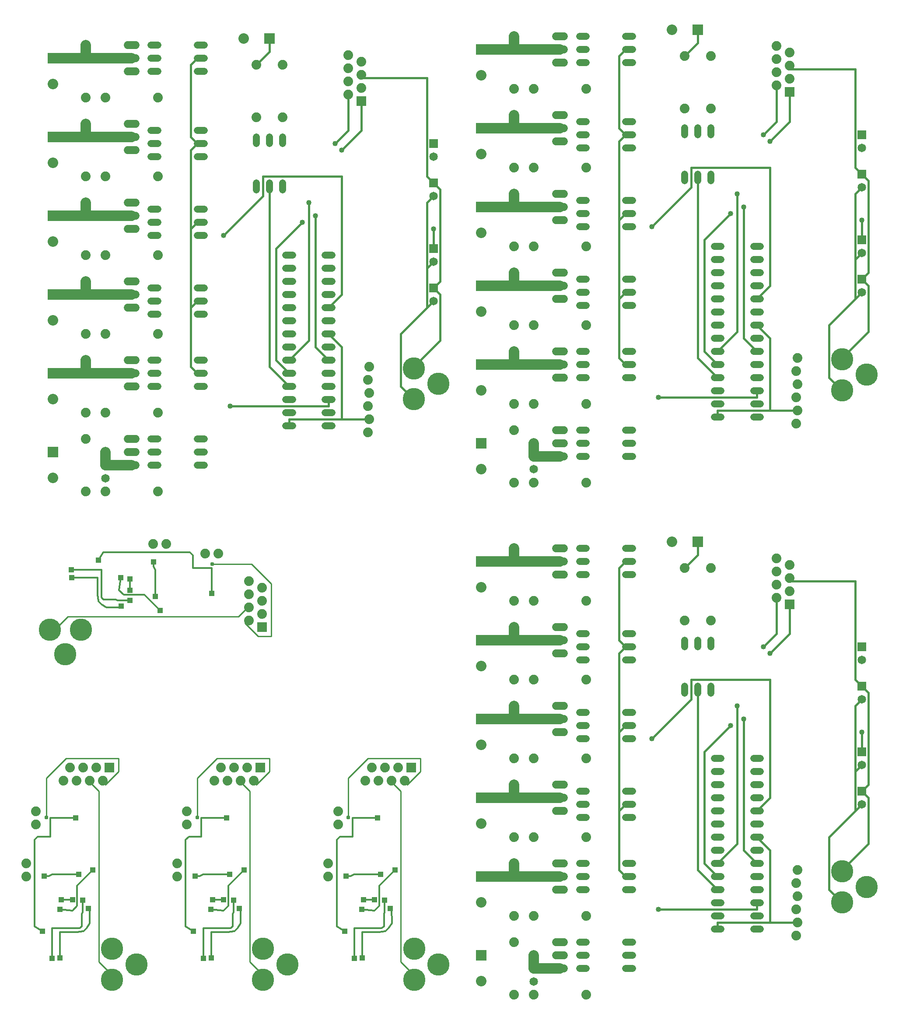
<source format=gbl>
G75*
G70*
%OFA0B0*%
%FSLAX25Y25*%
%IPPOS*%
%LPD*%
%AMOC8*
5,1,8,0,0,1.08239X$1,22.5*
%
%ADD102R,0.08000X0.08000*%
%ADD158C,0.06000*%
%ADD173C,0.07400*%
%ADD207R,0.06500X0.06500*%
%ADD224C,0.06500*%
%ADD260C,0.08000*%
%ADD289C,0.01600*%
%ADD320R,0.07400X0.07400*%
%ADD346C,0.17000*%
%ADD35C,0.01200*%
%ADD436R,0.03960X0.03960*%
%ADD458C,0.07870*%
%ADD498C,0.01000*%
%ADD527C,0.03100*%
%ADD599C,0.05200*%
%ADD602C,0.04000*%
X0020000Y0020000D02*
G75*
%LPD*%
D173*
X0091660Y0203000D03*
X0086660Y0213000D03*
X0081660Y0203000D03*
X0076660Y0213000D03*
X0071660Y0203000D03*
X0066660Y0213000D03*
X0061660Y0203000D03*
X0040760Y0179600D03*
X0040760Y0169600D03*
X0033360Y0140000D03*
X0033360Y0130000D03*
D320*
X0096660Y0213000D03*
D346*
X0117270Y0063130D03*
X0098760Y0074940D03*
X0098760Y0051320D03*
D436*
X0080560Y0105600D03*
X0076360Y0112200D03*
X0068560Y0112400D03*
X0073360Y0131600D03*
X0084160Y0135200D03*
X0070960Y0174800D03*
X0046960Y0130400D03*
X0058960Y0105200D03*
X0060160Y0112400D03*
X0045760Y0088400D03*
X0053160Y0067800D03*
X0059160Y0068000D03*
D35*
X0059160Y0087600D01*
X0071960Y0087600D01*
X0076760Y0088400D01*
X0076960Y0088400D01*
X0079360Y0090800D01*
X0081760Y0094400D01*
X0081560Y0105600D01*
X0080560Y0105600D01*
X0076360Y0102800D02*
X0076360Y0112200D01*
X0072160Y0107600D02*
X0072160Y0123200D01*
X0084160Y0135200D01*
X0073360Y0131600D02*
X0052960Y0131600D01*
X0050560Y0130400D01*
X0046960Y0130400D01*
X0058960Y0105200D02*
X0068560Y0104000D01*
X0072160Y0107600D01*
X0068560Y0112400D02*
X0060160Y0112400D01*
X0053160Y0090600D02*
X0073960Y0090600D01*
X0075760Y0092000D01*
X0075760Y0101600D01*
X0076360Y0102800D01*
X0053160Y0090600D02*
X0053160Y0067800D01*
X0045760Y0088400D02*
X0039760Y0092000D01*
X0039760Y0158000D01*
X0042160Y0160400D01*
X0051760Y0160400D01*
X0051760Y0174800D01*
X0070960Y0174800D01*
D498*
X0088560Y0195000D02*
X0083560Y0200000D01*
X0081660Y0203000D01*
X0088560Y0195000D02*
X0088560Y0065000D01*
X0098560Y0055000D01*
X0098760Y0051320D01*
X0048560Y0175000D02*
X0048560Y0205000D01*
X0063560Y0220000D01*
X0103560Y0220000D01*
X0103560Y0210000D01*
X0093560Y0200000D01*
X0091660Y0203000D01*
D527*
X0048560Y0175000D03*
X0135060Y0020000D02*
G75*
%LPD*%
D173*
X0206720Y0203000D03*
X0201720Y0213000D03*
X0196720Y0203000D03*
X0191720Y0213000D03*
X0186720Y0203000D03*
X0181720Y0213000D03*
X0176720Y0203000D03*
X0155820Y0179600D03*
X0155820Y0169600D03*
X0148420Y0140000D03*
X0148420Y0130000D03*
D320*
X0211720Y0213000D03*
D346*
X0232330Y0063130D03*
X0213820Y0074940D03*
X0213820Y0051320D03*
D436*
X0195620Y0105600D03*
X0191420Y0112200D03*
X0183620Y0112400D03*
X0188420Y0131600D03*
X0199220Y0135200D03*
X0186020Y0174800D03*
X0162020Y0130400D03*
X0174020Y0105200D03*
X0175220Y0112400D03*
X0160820Y0088400D03*
X0168220Y0067800D03*
X0174220Y0068000D03*
D35*
X0174220Y0087600D01*
X0187020Y0087600D01*
X0191820Y0088400D01*
X0192020Y0088400D01*
X0194420Y0090800D01*
X0196820Y0094400D01*
X0196620Y0105600D01*
X0195620Y0105600D01*
X0191420Y0102800D02*
X0191420Y0112200D01*
X0187220Y0107600D02*
X0187220Y0123200D01*
X0199220Y0135200D01*
X0188420Y0131600D02*
X0168020Y0131600D01*
X0165620Y0130400D01*
X0162020Y0130400D01*
X0174020Y0105200D02*
X0183620Y0104000D01*
X0187220Y0107600D01*
X0183620Y0112400D02*
X0175220Y0112400D01*
X0168220Y0090600D02*
X0189020Y0090600D01*
X0190820Y0092000D01*
X0190820Y0101600D01*
X0191420Y0102800D01*
X0168220Y0090600D02*
X0168220Y0067800D01*
X0160820Y0088400D02*
X0154820Y0092000D01*
X0154820Y0158000D01*
X0157220Y0160400D01*
X0166820Y0160400D01*
X0166820Y0174800D01*
X0186020Y0174800D01*
D498*
X0203620Y0195000D02*
X0198620Y0200000D01*
X0196720Y0203000D01*
X0203620Y0195000D02*
X0203620Y0065000D01*
X0213620Y0055000D01*
X0213820Y0051320D01*
X0163620Y0175000D02*
X0163620Y0205000D01*
X0178620Y0220000D01*
X0218620Y0220000D01*
X0218620Y0210000D01*
X0208620Y0200000D01*
X0206720Y0203000D01*
D527*
X0163620Y0175000D03*
X0250120Y0020000D02*
G75*
%LPD*%
D173*
X0321780Y0203000D03*
X0316780Y0213000D03*
X0311780Y0203000D03*
X0306780Y0213000D03*
X0301780Y0203000D03*
X0296780Y0213000D03*
X0291780Y0203000D03*
X0270880Y0179600D03*
X0270880Y0169600D03*
X0263480Y0140000D03*
X0263480Y0130000D03*
D320*
X0326780Y0213000D03*
D346*
X0347390Y0063130D03*
X0328880Y0074940D03*
X0328880Y0051320D03*
D436*
X0310680Y0105600D03*
X0306480Y0112200D03*
X0298680Y0112400D03*
X0303480Y0131600D03*
X0314280Y0135200D03*
X0301080Y0174800D03*
X0277080Y0130400D03*
X0289080Y0105200D03*
X0290280Y0112400D03*
X0275880Y0088400D03*
X0283280Y0067800D03*
X0289280Y0068000D03*
D35*
X0289280Y0087600D01*
X0302080Y0087600D01*
X0306880Y0088400D01*
X0307080Y0088400D01*
X0309480Y0090800D01*
X0311880Y0094400D01*
X0311680Y0105600D01*
X0310680Y0105600D01*
X0306480Y0102800D02*
X0306480Y0112200D01*
X0302280Y0107600D02*
X0302280Y0123200D01*
X0314280Y0135200D01*
X0303480Y0131600D02*
X0283080Y0131600D01*
X0280680Y0130400D01*
X0277080Y0130400D01*
X0289080Y0105200D02*
X0298680Y0104000D01*
X0302280Y0107600D01*
X0298680Y0112400D02*
X0290280Y0112400D01*
X0283280Y0090600D02*
X0304080Y0090600D01*
X0305880Y0092000D01*
X0305880Y0101600D01*
X0306480Y0102800D01*
X0283280Y0090600D02*
X0283280Y0067800D01*
X0275880Y0088400D02*
X0269880Y0092000D01*
X0269880Y0158000D01*
X0272280Y0160400D01*
X0281880Y0160400D01*
X0281880Y0174800D01*
X0301080Y0174800D01*
D498*
X0318680Y0195000D02*
X0313680Y0200000D01*
X0311780Y0203000D01*
X0318680Y0195000D02*
X0318680Y0065000D01*
X0328680Y0055000D01*
X0328880Y0051320D01*
X0278680Y0175000D02*
X0278680Y0205000D01*
X0293680Y0220000D01*
X0333680Y0220000D01*
X0333680Y0210000D01*
X0323680Y0200000D01*
X0321780Y0203000D01*
D527*
X0278680Y0175000D03*
X0365180Y0020000D02*
G75*
%LPD*%
D599*
X0592740Y0090000D02*
X0587540Y0090000D01*
X0587540Y0100000D02*
X0592740Y0100000D01*
X0592740Y0110000D02*
X0587540Y0110000D01*
X0587540Y0120000D02*
X0592740Y0120000D01*
X0592740Y0130000D02*
X0587540Y0130000D01*
X0587540Y0140000D02*
X0592740Y0140000D01*
X0592740Y0150000D02*
X0587540Y0150000D01*
X0587540Y0160000D02*
X0592740Y0160000D01*
X0592740Y0170000D02*
X0587540Y0170000D01*
X0587540Y0180000D02*
X0592740Y0180000D01*
X0592740Y0190000D02*
X0587540Y0190000D01*
X0587540Y0200000D02*
X0592740Y0200000D01*
X0592740Y0210000D02*
X0587540Y0210000D01*
X0587540Y0220000D02*
X0592740Y0220000D01*
X0562740Y0220000D02*
X0557540Y0220000D01*
X0557540Y0210000D02*
X0562740Y0210000D01*
X0562740Y0200000D02*
X0557540Y0200000D01*
X0557540Y0190000D02*
X0562740Y0190000D01*
X0562740Y0180000D02*
X0557540Y0180000D01*
X0557540Y0170000D02*
X0562740Y0170000D01*
X0562740Y0160000D02*
X0557540Y0160000D01*
X0557540Y0150000D02*
X0562740Y0150000D01*
X0562740Y0140000D02*
X0557540Y0140000D01*
X0557540Y0130000D02*
X0562740Y0130000D01*
X0562740Y0120000D02*
X0557540Y0120000D01*
X0557540Y0110000D02*
X0562740Y0110000D01*
X0562740Y0100000D02*
X0557540Y0100000D01*
X0557540Y0090000D02*
X0562740Y0090000D01*
X0495340Y0080000D02*
X0490140Y0080000D01*
X0490140Y0070000D02*
X0495340Y0070000D01*
X0495340Y0060000D02*
X0490140Y0060000D01*
X0460140Y0060000D02*
X0454940Y0060000D01*
X0454940Y0070000D02*
X0460140Y0070000D01*
X0460140Y0080000D02*
X0454940Y0080000D01*
X0454940Y0120000D02*
X0460140Y0120000D01*
X0460140Y0130000D02*
X0454940Y0130000D01*
X0454940Y0140000D02*
X0460140Y0140000D01*
X0490140Y0140000D02*
X0495340Y0140000D01*
X0495340Y0130000D02*
X0490140Y0130000D01*
X0490140Y0120000D02*
X0495340Y0120000D01*
X0495340Y0175000D02*
X0490140Y0175000D01*
X0490140Y0185000D02*
X0495340Y0185000D01*
X0495340Y0195000D02*
X0490140Y0195000D01*
X0460140Y0195000D02*
X0454940Y0195000D01*
X0454940Y0185000D02*
X0460140Y0185000D01*
X0460140Y0175000D02*
X0454940Y0175000D01*
X0454940Y0235000D02*
X0460140Y0235000D01*
X0460140Y0245000D02*
X0454940Y0245000D01*
X0454940Y0255000D02*
X0460140Y0255000D01*
X0490140Y0255000D02*
X0495340Y0255000D01*
X0495340Y0245000D02*
X0490140Y0245000D01*
X0490140Y0235000D02*
X0495340Y0235000D01*
X0535140Y0269800D02*
X0535140Y0275000D01*
X0545140Y0275000D02*
X0545140Y0269800D01*
X0555140Y0269800D02*
X0555140Y0275000D01*
X0555140Y0305000D02*
X0555140Y0310200D01*
X0545140Y0310200D02*
X0545140Y0305000D01*
X0535140Y0305000D02*
X0535140Y0310200D01*
X0495340Y0315000D02*
X0490140Y0315000D01*
X0490140Y0305000D02*
X0495340Y0305000D01*
X0495340Y0295000D02*
X0490140Y0295000D01*
X0460140Y0295000D02*
X0454940Y0295000D01*
X0454940Y0305000D02*
X0460140Y0305000D01*
X0460140Y0315000D02*
X0454940Y0315000D01*
X0454940Y0360000D02*
X0460140Y0360000D01*
X0460140Y0370000D02*
X0454940Y0370000D01*
X0454940Y0380000D02*
X0460140Y0380000D01*
X0490140Y0380000D02*
X0495340Y0380000D01*
X0495340Y0370000D02*
X0490140Y0370000D01*
X0490140Y0360000D02*
X0495340Y0360000D01*
D173*
X0620140Y0085000D03*
X0621140Y0095000D03*
X0620140Y0105000D03*
X0621140Y0115000D03*
X0620140Y0125000D03*
X0621140Y0135000D03*
X0460140Y0160000D03*
X0420140Y0160000D03*
X0405140Y0160000D03*
X0405140Y0140000D03*
X0405140Y0100000D03*
X0420140Y0100000D03*
X0405140Y0080000D03*
X0405140Y0040000D03*
X0420140Y0040000D03*
X0460140Y0040000D03*
X0460140Y0100000D03*
X0405140Y0200000D03*
X0405140Y0220000D03*
X0420140Y0220000D03*
X0405140Y0260000D03*
X0405140Y0280000D03*
X0420140Y0280000D03*
X0405140Y0320000D03*
X0405140Y0340000D03*
X0420140Y0340000D03*
X0405140Y0380000D03*
X0460140Y0340000D03*
X0460140Y0280000D03*
X0460140Y0220000D03*
X0535140Y0325000D03*
X0555140Y0325000D03*
X0555140Y0365000D03*
X0535140Y0365000D03*
X0605140Y0362500D03*
X0605140Y0372500D03*
X0615140Y0367500D03*
X0615140Y0357500D03*
X0615140Y0347500D03*
X0605140Y0352500D03*
X0605140Y0342500D03*
D158*
X0443140Y0360000D02*
X0437140Y0360000D01*
X0437140Y0370000D02*
X0443140Y0370000D01*
X0443140Y0380000D02*
X0437140Y0380000D01*
X0437140Y0320000D02*
X0443140Y0320000D01*
X0443140Y0310000D02*
X0437140Y0310000D01*
X0437140Y0300000D02*
X0443140Y0300000D01*
X0443140Y0260000D02*
X0437140Y0260000D01*
X0437140Y0250000D02*
X0443140Y0250000D01*
X0443140Y0240000D02*
X0437140Y0240000D01*
X0437140Y0200000D02*
X0443140Y0200000D01*
X0443140Y0190000D02*
X0437140Y0190000D01*
X0437140Y0180000D02*
X0443140Y0180000D01*
X0443140Y0140000D02*
X0437140Y0140000D01*
X0437140Y0130000D02*
X0443140Y0130000D01*
X0443140Y0120000D02*
X0437140Y0120000D01*
X0437140Y0080000D02*
X0443140Y0080000D01*
X0443140Y0070000D02*
X0437140Y0070000D01*
X0437140Y0060000D02*
X0443140Y0060000D01*
D224*
X0420140Y0069840D03*
X0420140Y0050150D03*
X0670140Y0185000D03*
X0670140Y0215000D03*
X0670140Y0265000D03*
X0670140Y0295000D03*
D320*
X0615140Y0337500D03*
D207*
X0670140Y0305000D03*
X0670140Y0275000D03*
X0670140Y0225000D03*
X0670140Y0195000D03*
D346*
X0655140Y0133930D03*
X0673640Y0122120D03*
X0655140Y0110310D03*
D102*
X0545140Y0385000D03*
X0380140Y0370000D03*
X0380140Y0310000D03*
X0380140Y0250000D03*
X0380140Y0190000D03*
X0380140Y0130000D03*
X0380140Y0070000D03*
D260*
X0380140Y0050310D03*
X0380140Y0110310D03*
X0380140Y0170310D03*
X0380140Y0230310D03*
X0380140Y0290310D03*
X0380140Y0350310D03*
X0525450Y0385000D03*
D289*
X0545140Y0375000D02*
X0535140Y0365000D01*
X0545140Y0375000D02*
X0545140Y0385000D01*
X0490140Y0370000D02*
X0485140Y0365000D01*
X0485140Y0310000D01*
X0490140Y0305000D01*
X0485140Y0300000D01*
X0485140Y0240000D01*
X0485140Y0180000D01*
X0485140Y0135000D01*
X0490140Y0130000D01*
X0515140Y0105000D02*
X0590140Y0105000D01*
X0590140Y0110000D01*
X0600140Y0095000D02*
X0600140Y0150000D01*
X0590140Y0160000D01*
X0580140Y0150000D02*
X0590140Y0140000D01*
X0580140Y0150000D02*
X0580140Y0250000D01*
X0575140Y0260000D02*
X0575140Y0155000D01*
X0560140Y0140000D01*
X0560140Y0130000D02*
X0550140Y0140000D01*
X0550140Y0225000D01*
X0570140Y0245000D01*
X0545140Y0275000D02*
X0545140Y0135000D01*
X0560140Y0120000D01*
X0560140Y0095000D02*
X0560140Y0090000D01*
X0560140Y0095000D02*
X0600140Y0095000D01*
X0621140Y0095000D01*
X0645140Y0120000D02*
X0655140Y0110310D01*
X0645140Y0120000D02*
X0645140Y0160000D01*
X0665140Y0180000D01*
X0665140Y0210000D01*
X0665140Y0260000D01*
X0670140Y0265000D01*
X0675140Y0270000D02*
X0670140Y0275000D01*
X0665140Y0280000D01*
X0665140Y0355000D01*
X0615140Y0355000D01*
X0615140Y0357500D01*
X0605140Y0342500D02*
X0605140Y0315000D01*
X0595140Y0305000D01*
X0600140Y0300000D02*
X0615140Y0315000D01*
X0615140Y0337500D01*
X0600140Y0280000D02*
X0600140Y0190000D01*
X0590140Y0180000D01*
X0655140Y0135000D02*
X0655140Y0133930D01*
X0655140Y0135000D02*
X0675140Y0155000D01*
X0675140Y0190000D01*
X0670140Y0195000D01*
X0675140Y0200000D01*
X0675140Y0270000D01*
X0670140Y0240000D02*
X0670140Y0225000D01*
X0670140Y0215000D02*
X0665140Y0210000D01*
X0670140Y0185000D02*
X0665140Y0180000D01*
X0600140Y0280000D02*
X0540140Y0280000D01*
X0540140Y0265000D01*
X0510140Y0235000D01*
X0490140Y0245000D02*
X0485140Y0240000D01*
X0490140Y0185000D02*
X0485140Y0180000D01*
D602*
X0510140Y0235000D03*
X0570140Y0245000D03*
X0580140Y0250000D03*
X0575140Y0260000D03*
X0600140Y0300000D03*
X0595140Y0305000D03*
X0670140Y0240000D03*
X0515140Y0105000D03*
D458*
X0440140Y0130000D02*
X0405140Y0130000D01*
X0380140Y0130000D01*
X0405140Y0130000D02*
X0405140Y0140000D01*
X0405140Y0190000D02*
X0440140Y0190000D01*
X0405140Y0190000D02*
X0380140Y0190000D01*
X0405140Y0190000D02*
X0405140Y0200000D01*
X0405140Y0250000D02*
X0440140Y0250000D01*
X0405140Y0250000D02*
X0380140Y0250000D01*
X0405140Y0250000D02*
X0405140Y0260000D01*
X0405140Y0310000D02*
X0440140Y0310000D01*
X0405140Y0310000D02*
X0380140Y0310000D01*
X0405140Y0310000D02*
X0405140Y0320000D01*
X0405140Y0370000D02*
X0440140Y0370000D01*
X0405140Y0370000D02*
X0380140Y0370000D01*
X0405140Y0370000D02*
X0405140Y0380000D01*
X0420140Y0070000D02*
X0420140Y0069840D01*
X0420140Y0060000D01*
X0440140Y0060000D01*
X0020000Y0288200D02*
G75*
%LPD*%
D173*
X0203000Y0325100D03*
X0213000Y0330100D03*
X0203000Y0335100D03*
X0213000Y0340100D03*
X0203000Y0345100D03*
X0213000Y0350100D03*
X0203000Y0355100D03*
X0179600Y0376000D03*
X0169600Y0376000D03*
X0140000Y0383400D03*
X0130000Y0383400D03*
D320*
X0213000Y0320100D03*
D346*
X0063130Y0299490D03*
X0074940Y0318000D03*
X0051320Y0318000D03*
D436*
X0105600Y0336200D03*
X0112200Y0340400D03*
X0112400Y0348200D03*
X0131600Y0343400D03*
X0135200Y0332600D03*
X0174800Y0345800D03*
X0130400Y0369800D03*
X0105200Y0357800D03*
X0112400Y0356600D03*
X0088400Y0371000D03*
X0067800Y0363600D03*
X0068000Y0357600D03*
D35*
X0087600Y0357600D01*
X0087600Y0344800D01*
X0088400Y0340000D01*
X0088400Y0339800D01*
X0090800Y0337400D01*
X0094400Y0335000D01*
X0105600Y0335200D01*
X0105600Y0336200D01*
X0102800Y0340400D02*
X0112200Y0340400D01*
X0107600Y0344600D02*
X0123200Y0344600D01*
X0135200Y0332600D01*
X0131600Y0343400D02*
X0131600Y0363800D01*
X0130400Y0366200D01*
X0130400Y0369800D01*
X0105200Y0357800D02*
X0104000Y0348200D01*
X0107600Y0344600D01*
X0112400Y0348200D02*
X0112400Y0356600D01*
X0090600Y0363600D02*
X0090600Y0342800D01*
X0092000Y0341000D01*
X0101600Y0341000D01*
X0102800Y0340400D01*
X0090600Y0363600D02*
X0067800Y0363600D01*
X0088400Y0371000D02*
X0092000Y0377000D01*
X0158000Y0377000D01*
X0160400Y0374600D01*
X0160400Y0365000D01*
X0174800Y0365000D01*
X0174800Y0345800D01*
D498*
X0195000Y0328200D02*
X0200000Y0333200D01*
X0203000Y0335100D01*
X0195000Y0328200D02*
X0065000Y0328200D01*
X0055000Y0318200D01*
X0051320Y0318000D01*
X0175000Y0368200D02*
X0205000Y0368200D01*
X0220000Y0353200D01*
X0220000Y0313200D01*
X0210000Y0313200D01*
X0200000Y0323200D01*
X0203000Y0325100D01*
D527*
X0175000Y0368200D03*
X0038720Y0403260D02*
G75*
%LPD*%
D599*
X0266280Y0473260D02*
X0261080Y0473260D01*
X0261080Y0483260D02*
X0266280Y0483260D01*
X0266280Y0493260D02*
X0261080Y0493260D01*
X0261080Y0503260D02*
X0266280Y0503260D01*
X0266280Y0513260D02*
X0261080Y0513260D01*
X0261080Y0523260D02*
X0266280Y0523260D01*
X0266280Y0533260D02*
X0261080Y0533260D01*
X0261080Y0543260D02*
X0266280Y0543260D01*
X0266280Y0553260D02*
X0261080Y0553260D01*
X0261080Y0563260D02*
X0266280Y0563260D01*
X0266280Y0573260D02*
X0261080Y0573260D01*
X0261080Y0583260D02*
X0266280Y0583260D01*
X0266280Y0593260D02*
X0261080Y0593260D01*
X0261080Y0603260D02*
X0266280Y0603260D01*
X0236280Y0603260D02*
X0231080Y0603260D01*
X0231080Y0593260D02*
X0236280Y0593260D01*
X0236280Y0583260D02*
X0231080Y0583260D01*
X0231080Y0573260D02*
X0236280Y0573260D01*
X0236280Y0563260D02*
X0231080Y0563260D01*
X0231080Y0553260D02*
X0236280Y0553260D01*
X0236280Y0543260D02*
X0231080Y0543260D01*
X0231080Y0533260D02*
X0236280Y0533260D01*
X0236280Y0523260D02*
X0231080Y0523260D01*
X0231080Y0513260D02*
X0236280Y0513260D01*
X0236280Y0503260D02*
X0231080Y0503260D01*
X0231080Y0493260D02*
X0236280Y0493260D01*
X0236280Y0483260D02*
X0231080Y0483260D01*
X0231080Y0473260D02*
X0236280Y0473260D01*
X0168880Y0463260D02*
X0163680Y0463260D01*
X0163680Y0453260D02*
X0168880Y0453260D01*
X0168880Y0443260D02*
X0163680Y0443260D01*
X0133680Y0443260D02*
X0128480Y0443260D01*
X0128480Y0453260D02*
X0133680Y0453260D01*
X0133680Y0463260D02*
X0128480Y0463260D01*
X0128480Y0503260D02*
X0133680Y0503260D01*
X0133680Y0513260D02*
X0128480Y0513260D01*
X0128480Y0523260D02*
X0133680Y0523260D01*
X0163680Y0523260D02*
X0168880Y0523260D01*
X0168880Y0513260D02*
X0163680Y0513260D01*
X0163680Y0503260D02*
X0168880Y0503260D01*
X0168880Y0558260D02*
X0163680Y0558260D01*
X0163680Y0568260D02*
X0168880Y0568260D01*
X0168880Y0578260D02*
X0163680Y0578260D01*
X0133680Y0578260D02*
X0128480Y0578260D01*
X0128480Y0568260D02*
X0133680Y0568260D01*
X0133680Y0558260D02*
X0128480Y0558260D01*
X0128480Y0618260D02*
X0133680Y0618260D01*
X0133680Y0628260D02*
X0128480Y0628260D01*
X0128480Y0638260D02*
X0133680Y0638260D01*
X0163680Y0638260D02*
X0168880Y0638260D01*
X0168880Y0628260D02*
X0163680Y0628260D01*
X0163680Y0618260D02*
X0168880Y0618260D01*
X0208680Y0653060D02*
X0208680Y0658260D01*
X0218680Y0658260D02*
X0218680Y0653060D01*
X0228680Y0653060D02*
X0228680Y0658260D01*
X0228680Y0688260D02*
X0228680Y0693460D01*
X0218680Y0693460D02*
X0218680Y0688260D01*
X0208680Y0688260D02*
X0208680Y0693460D01*
X0168880Y0698260D02*
X0163680Y0698260D01*
X0163680Y0688260D02*
X0168880Y0688260D01*
X0168880Y0678260D02*
X0163680Y0678260D01*
X0133680Y0678260D02*
X0128480Y0678260D01*
X0128480Y0688260D02*
X0133680Y0688260D01*
X0133680Y0698260D02*
X0128480Y0698260D01*
X0128480Y0743260D02*
X0133680Y0743260D01*
X0133680Y0753260D02*
X0128480Y0753260D01*
X0128480Y0763260D02*
X0133680Y0763260D01*
X0163680Y0763260D02*
X0168880Y0763260D01*
X0168880Y0753260D02*
X0163680Y0753260D01*
X0163680Y0743260D02*
X0168880Y0743260D01*
D173*
X0293680Y0468260D03*
X0294680Y0478260D03*
X0293680Y0488260D03*
X0294680Y0498260D03*
X0293680Y0508260D03*
X0294680Y0518260D03*
X0133680Y0543260D03*
X0093680Y0543260D03*
X0078680Y0543260D03*
X0078680Y0523260D03*
X0078680Y0483260D03*
X0093680Y0483260D03*
X0078680Y0463260D03*
X0078680Y0423260D03*
X0093680Y0423260D03*
X0133680Y0423260D03*
X0133680Y0483260D03*
X0078680Y0583260D03*
X0078680Y0603260D03*
X0093680Y0603260D03*
X0078680Y0643260D03*
X0078680Y0663260D03*
X0093680Y0663260D03*
X0078680Y0703260D03*
X0078680Y0723260D03*
X0093680Y0723260D03*
X0078680Y0763260D03*
X0133680Y0723260D03*
X0133680Y0663260D03*
X0133680Y0603260D03*
X0208680Y0708260D03*
X0228680Y0708260D03*
X0228680Y0748260D03*
X0208680Y0748260D03*
X0278680Y0745760D03*
X0278680Y0755760D03*
X0288680Y0750760D03*
X0288680Y0740760D03*
X0288680Y0730760D03*
X0278680Y0735760D03*
X0278680Y0725760D03*
D158*
X0116680Y0743260D02*
X0110680Y0743260D01*
X0110680Y0753260D02*
X0116680Y0753260D01*
X0116680Y0763260D02*
X0110680Y0763260D01*
X0110680Y0703260D02*
X0116680Y0703260D01*
X0116680Y0693260D02*
X0110680Y0693260D01*
X0110680Y0683260D02*
X0116680Y0683260D01*
X0116680Y0643260D02*
X0110680Y0643260D01*
X0110680Y0633260D02*
X0116680Y0633260D01*
X0116680Y0623260D02*
X0110680Y0623260D01*
X0110680Y0583260D02*
X0116680Y0583260D01*
X0116680Y0573260D02*
X0110680Y0573260D01*
X0110680Y0563260D02*
X0116680Y0563260D01*
X0116680Y0523260D02*
X0110680Y0523260D01*
X0110680Y0513260D02*
X0116680Y0513260D01*
X0116680Y0503260D02*
X0110680Y0503260D01*
X0110680Y0463260D02*
X0116680Y0463260D01*
X0116680Y0453260D02*
X0110680Y0453260D01*
X0110680Y0443260D02*
X0116680Y0443260D01*
D224*
X0093680Y0453100D03*
X0093680Y0433410D03*
X0343680Y0568260D03*
X0343680Y0598260D03*
X0343680Y0648260D03*
X0343680Y0678260D03*
D320*
X0288680Y0720760D03*
D207*
X0343680Y0688260D03*
X0343680Y0658260D03*
X0343680Y0608260D03*
X0343680Y0578260D03*
D346*
X0328680Y0517190D03*
X0347180Y0505380D03*
X0328680Y0493570D03*
D102*
X0218680Y0768260D03*
X0053680Y0753260D03*
X0053680Y0693260D03*
X0053680Y0633260D03*
X0053680Y0573260D03*
X0053680Y0513260D03*
X0053680Y0453260D03*
D260*
X0053680Y0433570D03*
X0053680Y0493570D03*
X0053680Y0553570D03*
X0053680Y0613570D03*
X0053680Y0673570D03*
X0053680Y0733570D03*
X0198990Y0768260D03*
D289*
X0218680Y0758260D02*
X0208680Y0748260D01*
X0218680Y0758260D02*
X0218680Y0768260D01*
X0163680Y0753260D02*
X0158680Y0748260D01*
X0158680Y0693260D01*
X0163680Y0688260D01*
X0158680Y0683260D01*
X0158680Y0623260D01*
X0158680Y0563260D01*
X0158680Y0518260D01*
X0163680Y0513260D01*
X0188680Y0488260D02*
X0263680Y0488260D01*
X0263680Y0493260D01*
X0273680Y0478260D02*
X0273680Y0533260D01*
X0263680Y0543260D01*
X0253680Y0533260D02*
X0263680Y0523260D01*
X0253680Y0533260D02*
X0253680Y0633260D01*
X0248680Y0643260D02*
X0248680Y0538260D01*
X0233680Y0523260D01*
X0233680Y0513260D02*
X0223680Y0523260D01*
X0223680Y0608260D01*
X0243680Y0628260D01*
X0218680Y0658260D02*
X0218680Y0518260D01*
X0233680Y0503260D01*
X0233680Y0478260D02*
X0233680Y0473260D01*
X0233680Y0478260D02*
X0273680Y0478260D01*
X0294680Y0478260D01*
X0318680Y0503260D02*
X0328680Y0493570D01*
X0318680Y0503260D02*
X0318680Y0543260D01*
X0338680Y0563260D01*
X0338680Y0593260D01*
X0338680Y0643260D01*
X0343680Y0648260D01*
X0348680Y0653260D02*
X0343680Y0658260D01*
X0338680Y0663260D01*
X0338680Y0738260D01*
X0288680Y0738260D01*
X0288680Y0740760D01*
X0278680Y0725760D02*
X0278680Y0698260D01*
X0268680Y0688260D01*
X0273680Y0683260D02*
X0288680Y0698260D01*
X0288680Y0720760D01*
X0273680Y0663260D02*
X0273680Y0573260D01*
X0263680Y0563260D01*
X0328680Y0518260D02*
X0328680Y0517190D01*
X0328680Y0518260D02*
X0348680Y0538260D01*
X0348680Y0573260D01*
X0343680Y0578260D01*
X0348680Y0583260D01*
X0348680Y0653260D01*
X0343680Y0623260D02*
X0343680Y0608260D01*
X0343680Y0598260D02*
X0338680Y0593260D01*
X0343680Y0568260D02*
X0338680Y0563260D01*
X0273680Y0663260D02*
X0213680Y0663260D01*
X0213680Y0648260D01*
X0183680Y0618260D01*
X0163680Y0628260D02*
X0158680Y0623260D01*
X0163680Y0568260D02*
X0158680Y0563260D01*
D602*
X0183680Y0618260D03*
X0243680Y0628260D03*
X0253680Y0633260D03*
X0248680Y0643260D03*
X0273680Y0683260D03*
X0268680Y0688260D03*
X0343680Y0623260D03*
X0188680Y0488260D03*
D458*
X0113680Y0513260D02*
X0078680Y0513260D01*
X0053680Y0513260D01*
X0078680Y0513260D02*
X0078680Y0523260D01*
X0078680Y0573260D02*
X0113680Y0573260D01*
X0078680Y0573260D02*
X0053680Y0573260D01*
X0078680Y0573260D02*
X0078680Y0583260D01*
X0078680Y0633260D02*
X0113680Y0633260D01*
X0078680Y0633260D02*
X0053680Y0633260D01*
X0078680Y0633260D02*
X0078680Y0643260D01*
X0078680Y0693260D02*
X0113680Y0693260D01*
X0078680Y0693260D02*
X0053680Y0693260D01*
X0078680Y0693260D02*
X0078680Y0703260D01*
X0078680Y0753260D02*
X0113680Y0753260D01*
X0078680Y0753260D02*
X0053680Y0753260D01*
X0078680Y0753260D02*
X0078680Y0763260D01*
X0093680Y0453260D02*
X0093680Y0453100D01*
X0093680Y0443260D01*
X0113680Y0443260D01*
X0365180Y0410200D02*
G75*
%LPD*%
D599*
X0592740Y0480200D02*
X0587540Y0480200D01*
X0587540Y0490200D02*
X0592740Y0490200D01*
X0592740Y0500200D02*
X0587540Y0500200D01*
X0587540Y0510200D02*
X0592740Y0510200D01*
X0592740Y0520200D02*
X0587540Y0520200D01*
X0587540Y0530200D02*
X0592740Y0530200D01*
X0592740Y0540200D02*
X0587540Y0540200D01*
X0587540Y0550200D02*
X0592740Y0550200D01*
X0592740Y0560200D02*
X0587540Y0560200D01*
X0587540Y0570200D02*
X0592740Y0570200D01*
X0592740Y0580200D02*
X0587540Y0580200D01*
X0587540Y0590200D02*
X0592740Y0590200D01*
X0592740Y0600200D02*
X0587540Y0600200D01*
X0587540Y0610200D02*
X0592740Y0610200D01*
X0562740Y0610200D02*
X0557540Y0610200D01*
X0557540Y0600200D02*
X0562740Y0600200D01*
X0562740Y0590200D02*
X0557540Y0590200D01*
X0557540Y0580200D02*
X0562740Y0580200D01*
X0562740Y0570200D02*
X0557540Y0570200D01*
X0557540Y0560200D02*
X0562740Y0560200D01*
X0562740Y0550200D02*
X0557540Y0550200D01*
X0557540Y0540200D02*
X0562740Y0540200D01*
X0562740Y0530200D02*
X0557540Y0530200D01*
X0557540Y0520200D02*
X0562740Y0520200D01*
X0562740Y0510200D02*
X0557540Y0510200D01*
X0557540Y0500200D02*
X0562740Y0500200D01*
X0562740Y0490200D02*
X0557540Y0490200D01*
X0557540Y0480200D02*
X0562740Y0480200D01*
X0495340Y0470200D02*
X0490140Y0470200D01*
X0490140Y0460200D02*
X0495340Y0460200D01*
X0495340Y0450200D02*
X0490140Y0450200D01*
X0460140Y0450200D02*
X0454940Y0450200D01*
X0454940Y0460200D02*
X0460140Y0460200D01*
X0460140Y0470200D02*
X0454940Y0470200D01*
X0454940Y0510200D02*
X0460140Y0510200D01*
X0460140Y0520200D02*
X0454940Y0520200D01*
X0454940Y0530200D02*
X0460140Y0530200D01*
X0490140Y0530200D02*
X0495340Y0530200D01*
X0495340Y0520200D02*
X0490140Y0520200D01*
X0490140Y0510200D02*
X0495340Y0510200D01*
X0495340Y0565200D02*
X0490140Y0565200D01*
X0490140Y0575200D02*
X0495340Y0575200D01*
X0495340Y0585200D02*
X0490140Y0585200D01*
X0460140Y0585200D02*
X0454940Y0585200D01*
X0454940Y0575200D02*
X0460140Y0575200D01*
X0460140Y0565200D02*
X0454940Y0565200D01*
X0454940Y0625200D02*
X0460140Y0625200D01*
X0460140Y0635200D02*
X0454940Y0635200D01*
X0454940Y0645200D02*
X0460140Y0645200D01*
X0490140Y0645200D02*
X0495340Y0645200D01*
X0495340Y0635200D02*
X0490140Y0635200D01*
X0490140Y0625200D02*
X0495340Y0625200D01*
X0535140Y0660000D02*
X0535140Y0665200D01*
X0545140Y0665200D02*
X0545140Y0660000D01*
X0555140Y0660000D02*
X0555140Y0665200D01*
X0555140Y0695200D02*
X0555140Y0700400D01*
X0545140Y0700400D02*
X0545140Y0695200D01*
X0535140Y0695200D02*
X0535140Y0700400D01*
X0495340Y0705200D02*
X0490140Y0705200D01*
X0490140Y0695200D02*
X0495340Y0695200D01*
X0495340Y0685200D02*
X0490140Y0685200D01*
X0460140Y0685200D02*
X0454940Y0685200D01*
X0454940Y0695200D02*
X0460140Y0695200D01*
X0460140Y0705200D02*
X0454940Y0705200D01*
X0454940Y0750200D02*
X0460140Y0750200D01*
X0460140Y0760200D02*
X0454940Y0760200D01*
X0454940Y0770200D02*
X0460140Y0770200D01*
X0490140Y0770200D02*
X0495340Y0770200D01*
X0495340Y0760200D02*
X0490140Y0760200D01*
X0490140Y0750200D02*
X0495340Y0750200D01*
D173*
X0620140Y0475200D03*
X0621140Y0485200D03*
X0620140Y0495200D03*
X0621140Y0505200D03*
X0620140Y0515200D03*
X0621140Y0525200D03*
X0460140Y0550200D03*
X0420140Y0550200D03*
X0405140Y0550200D03*
X0405140Y0530200D03*
X0405140Y0490200D03*
X0420140Y0490200D03*
X0405140Y0470200D03*
X0405140Y0430200D03*
X0420140Y0430200D03*
X0460140Y0430200D03*
X0460140Y0490200D03*
X0405140Y0590200D03*
X0405140Y0610200D03*
X0420140Y0610200D03*
X0405140Y0650200D03*
X0405140Y0670200D03*
X0420140Y0670200D03*
X0405140Y0710200D03*
X0405140Y0730200D03*
X0420140Y0730200D03*
X0405140Y0770200D03*
X0460140Y0730200D03*
X0460140Y0670200D03*
X0460140Y0610200D03*
X0535140Y0715200D03*
X0555140Y0715200D03*
X0555140Y0755200D03*
X0535140Y0755200D03*
X0605140Y0752700D03*
X0605140Y0762700D03*
X0615140Y0757700D03*
X0615140Y0747700D03*
X0615140Y0737700D03*
X0605140Y0742700D03*
X0605140Y0732700D03*
D158*
X0443140Y0750200D02*
X0437140Y0750200D01*
X0437140Y0760200D02*
X0443140Y0760200D01*
X0443140Y0770200D02*
X0437140Y0770200D01*
X0437140Y0710200D02*
X0443140Y0710200D01*
X0443140Y0700200D02*
X0437140Y0700200D01*
X0437140Y0690200D02*
X0443140Y0690200D01*
X0443140Y0650200D02*
X0437140Y0650200D01*
X0437140Y0640200D02*
X0443140Y0640200D01*
X0443140Y0630200D02*
X0437140Y0630200D01*
X0437140Y0590200D02*
X0443140Y0590200D01*
X0443140Y0580200D02*
X0437140Y0580200D01*
X0437140Y0570200D02*
X0443140Y0570200D01*
X0443140Y0530200D02*
X0437140Y0530200D01*
X0437140Y0520200D02*
X0443140Y0520200D01*
X0443140Y0510200D02*
X0437140Y0510200D01*
X0437140Y0470200D02*
X0443140Y0470200D01*
X0443140Y0460200D02*
X0437140Y0460200D01*
X0437140Y0450200D02*
X0443140Y0450200D01*
D224*
X0420140Y0460040D03*
X0420140Y0440350D03*
X0670140Y0575200D03*
X0670140Y0605200D03*
X0670140Y0655200D03*
X0670140Y0685200D03*
D320*
X0615140Y0727700D03*
D207*
X0670140Y0695200D03*
X0670140Y0665200D03*
X0670140Y0615200D03*
X0670140Y0585200D03*
D346*
X0655140Y0524130D03*
X0673640Y0512320D03*
X0655140Y0500510D03*
D102*
X0545140Y0775200D03*
X0380140Y0760200D03*
X0380140Y0700200D03*
X0380140Y0640200D03*
X0380140Y0580200D03*
X0380140Y0520200D03*
X0380140Y0460200D03*
D260*
X0380140Y0440510D03*
X0380140Y0500510D03*
X0380140Y0560510D03*
X0380140Y0620510D03*
X0380140Y0680510D03*
X0380140Y0740510D03*
X0525450Y0775200D03*
D289*
X0545140Y0765200D02*
X0535140Y0755200D01*
X0545140Y0765200D02*
X0545140Y0775200D01*
X0490140Y0760200D02*
X0485140Y0755200D01*
X0485140Y0700200D01*
X0490140Y0695200D01*
X0485140Y0690200D01*
X0485140Y0630200D01*
X0485140Y0570200D01*
X0485140Y0525200D01*
X0490140Y0520200D01*
X0515140Y0495200D02*
X0590140Y0495200D01*
X0590140Y0500200D01*
X0600140Y0485200D02*
X0600140Y0540200D01*
X0590140Y0550200D01*
X0580140Y0540200D02*
X0590140Y0530200D01*
X0580140Y0540200D02*
X0580140Y0640200D01*
X0575140Y0650200D02*
X0575140Y0545200D01*
X0560140Y0530200D01*
X0560140Y0520200D02*
X0550140Y0530200D01*
X0550140Y0615200D01*
X0570140Y0635200D01*
X0545140Y0665200D02*
X0545140Y0525200D01*
X0560140Y0510200D01*
X0560140Y0485200D02*
X0560140Y0480200D01*
X0560140Y0485200D02*
X0600140Y0485200D01*
X0621140Y0485200D01*
X0645140Y0510200D02*
X0655140Y0500510D01*
X0645140Y0510200D02*
X0645140Y0550200D01*
X0665140Y0570200D01*
X0665140Y0600200D01*
X0665140Y0650200D01*
X0670140Y0655200D01*
X0675140Y0660200D02*
X0670140Y0665200D01*
X0665140Y0670200D01*
X0665140Y0745200D01*
X0615140Y0745200D01*
X0615140Y0747700D01*
X0605140Y0732700D02*
X0605140Y0705200D01*
X0595140Y0695200D01*
X0600140Y0690200D02*
X0615140Y0705200D01*
X0615140Y0727700D01*
X0600140Y0670200D02*
X0600140Y0580200D01*
X0590140Y0570200D01*
X0655140Y0525200D02*
X0655140Y0524130D01*
X0655140Y0525200D02*
X0675140Y0545200D01*
X0675140Y0580200D01*
X0670140Y0585200D01*
X0675140Y0590200D01*
X0675140Y0660200D01*
X0670140Y0630200D02*
X0670140Y0615200D01*
X0670140Y0605200D02*
X0665140Y0600200D01*
X0670140Y0575200D02*
X0665140Y0570200D01*
X0600140Y0670200D02*
X0540140Y0670200D01*
X0540140Y0655200D01*
X0510140Y0625200D01*
X0490140Y0635200D02*
X0485140Y0630200D01*
X0490140Y0575200D02*
X0485140Y0570200D01*
D602*
X0510140Y0625200D03*
X0570140Y0635200D03*
X0580140Y0640200D03*
X0575140Y0650200D03*
X0600140Y0690200D03*
X0595140Y0695200D03*
X0670140Y0630200D03*
X0515140Y0495200D03*
D458*
X0440140Y0520200D02*
X0405140Y0520200D01*
X0380140Y0520200D01*
X0405140Y0520200D02*
X0405140Y0530200D01*
X0405140Y0580200D02*
X0440140Y0580200D01*
X0405140Y0580200D02*
X0380140Y0580200D01*
X0405140Y0580200D02*
X0405140Y0590200D01*
X0405140Y0640200D02*
X0440140Y0640200D01*
X0405140Y0640200D02*
X0380140Y0640200D01*
X0405140Y0640200D02*
X0405140Y0650200D01*
X0405140Y0700200D02*
X0440140Y0700200D01*
X0405140Y0700200D02*
X0380140Y0700200D01*
X0405140Y0700200D02*
X0405140Y0710200D01*
X0405140Y0760200D02*
X0440140Y0760200D01*
X0405140Y0760200D02*
X0380140Y0760200D01*
X0405140Y0760200D02*
X0405140Y0770200D01*
X0420140Y0460200D02*
X0420140Y0460040D01*
X0420140Y0450200D01*
X0440140Y0450200D01*
M02*

</source>
